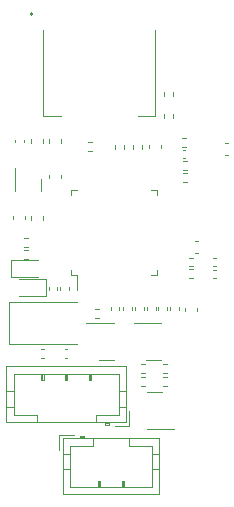
<source format=gto>
G04 #@! TF.GenerationSoftware,KiCad,Pcbnew,7.0.7*
G04 #@! TF.CreationDate,2023-09-04T22:31:34-04:00*
G04 #@! TF.ProjectId,k1-aioc,6b312d61-696f-4632-9e6b-696361645f70,rev?*
G04 #@! TF.SameCoordinates,Original*
G04 #@! TF.FileFunction,Legend,Top*
G04 #@! TF.FilePolarity,Positive*
%FSLAX46Y46*%
G04 Gerber Fmt 4.6, Leading zero omitted, Abs format (unit mm)*
G04 Created by KiCad (PCBNEW 7.0.7) date 2023-09-04 22:31:34*
%MOMM*%
%LPD*%
G01*
G04 APERTURE LIST*
%ADD10C,0.200000*%
%ADD11C,0.120000*%
G04 APERTURE END LIST*
D10*
X87100000Y-93500000D02*
G75*
G03*
X87100000Y-93500000I-100000J0D01*
G01*
D11*
G04 #@! TO.C,C6*
X86990000Y-104390580D02*
X86990000Y-104109420D01*
X88010000Y-104390580D02*
X88010000Y-104109420D01*
G04 #@! TO.C,R2*
X100663641Y-114880000D02*
X100356359Y-114880000D01*
X100663641Y-114120000D02*
X100356359Y-114120000D01*
G04 #@! TO.C,D2*
X88235000Y-117385000D02*
X88235000Y-115915000D01*
X88235000Y-115915000D02*
X85950000Y-115915000D01*
X85950000Y-117385000D02*
X88235000Y-117385000D01*
G04 #@! TO.C,C11*
X100057836Y-105710000D02*
X99842164Y-105710000D01*
X100057836Y-104990000D02*
X99842164Y-104990000D01*
G04 #@! TO.C,R15*
X86396359Y-113470000D02*
X86703641Y-113470000D01*
X86396359Y-114230000D02*
X86703641Y-114230000D01*
G04 #@! TO.C,J1*
X97500000Y-102120000D02*
X97500000Y-94860000D01*
X97500000Y-102120000D02*
X96000000Y-102120000D01*
X89500000Y-102120000D02*
X88000000Y-102120000D01*
X88000000Y-102120000D02*
X88000000Y-94860000D01*
G04 #@! TO.C,R21*
X98196359Y-124270000D02*
X98503641Y-124270000D01*
X98196359Y-125030000D02*
X98503641Y-125030000D01*
G04 #@! TO.C,C1*
X87842164Y-121890000D02*
X88057836Y-121890000D01*
X87842164Y-122610000D02*
X88057836Y-122610000D01*
G04 #@! TO.C,R22*
X92703641Y-119230000D02*
X92396359Y-119230000D01*
X92703641Y-118470000D02*
X92396359Y-118470000D01*
G04 #@! TO.C,D1*
X85265000Y-114315000D02*
X85265000Y-115785000D01*
X85265000Y-115785000D02*
X87550000Y-115785000D01*
X87550000Y-114315000D02*
X85265000Y-114315000D01*
G04 #@! TO.C,C9*
X95510000Y-118342164D02*
X95510000Y-118557836D01*
X94790000Y-118342164D02*
X94790000Y-118557836D01*
G04 #@! TO.C,R18*
X96296359Y-123170000D02*
X96603641Y-123170000D01*
X96296359Y-123930000D02*
X96603641Y-123930000D01*
G04 #@! TO.C,C12*
X102402164Y-115140000D02*
X102617836Y-115140000D01*
X102402164Y-115860000D02*
X102617836Y-115860000D01*
G04 #@! TO.C,J4*
X95310000Y-128360000D02*
X95310000Y-127110000D01*
X95010000Y-128060000D02*
X95010000Y-123340000D01*
X95010000Y-126750000D02*
X94400000Y-126750000D01*
X95010000Y-125450000D02*
X94400000Y-125450000D01*
X95010000Y-123340000D02*
X84890000Y-123340000D01*
X94400000Y-127450000D02*
X94400000Y-123950000D01*
X94400000Y-123950000D02*
X85500000Y-123950000D01*
X94060000Y-128360000D02*
X95310000Y-128360000D01*
X93550000Y-128260000D02*
X93550000Y-128060000D01*
X93250000Y-128260000D02*
X93550000Y-128260000D01*
X93250000Y-128160000D02*
X93550000Y-128160000D01*
X93250000Y-128060000D02*
X93250000Y-128260000D01*
X92450000Y-128060000D02*
X92450000Y-127450000D01*
X92450000Y-127450000D02*
X94400000Y-127450000D01*
X92050000Y-124450000D02*
X91850000Y-124450000D01*
X92050000Y-123950000D02*
X92050000Y-124450000D01*
X91950000Y-123950000D02*
X91950000Y-124450000D01*
X91850000Y-124450000D02*
X91850000Y-123950000D01*
X90050000Y-124450000D02*
X89850000Y-124450000D01*
X90050000Y-123950000D02*
X90050000Y-124450000D01*
X89950000Y-123950000D02*
X89950000Y-124450000D01*
X89850000Y-124450000D02*
X89850000Y-123950000D01*
X88050000Y-124450000D02*
X87850000Y-124450000D01*
X88050000Y-123950000D02*
X88050000Y-124450000D01*
X87950000Y-123950000D02*
X87950000Y-124450000D01*
X87850000Y-124450000D02*
X87850000Y-123950000D01*
X87450000Y-127450000D02*
X87450000Y-128060000D01*
X85500000Y-127450000D02*
X87450000Y-127450000D01*
X85500000Y-123950000D02*
X85500000Y-127450000D01*
X84890000Y-128060000D02*
X95010000Y-128060000D01*
X84890000Y-126750000D02*
X85500000Y-126750000D01*
X84890000Y-125450000D02*
X85500000Y-125450000D01*
X84890000Y-123340000D02*
X84890000Y-128060000D01*
G04 #@! TO.C,R13*
X99530000Y-118296359D02*
X99530000Y-118603641D01*
X98770000Y-118296359D02*
X98770000Y-118603641D01*
G04 #@! TO.C,FB2*
X88490000Y-104412779D02*
X88490000Y-104087221D01*
X89510000Y-104412779D02*
X89510000Y-104087221D01*
G04 #@! TO.C,R8*
X96380000Y-104596359D02*
X96380000Y-104903641D01*
X95620000Y-104596359D02*
X95620000Y-104903641D01*
G04 #@! TO.C,R11*
X97530000Y-118296359D02*
X97530000Y-118603641D01*
X96770000Y-118296359D02*
X96770000Y-118603641D01*
G04 #@! TO.C,R9*
X94880000Y-104596359D02*
X94880000Y-104903641D01*
X94120000Y-104596359D02*
X94120000Y-104903641D01*
G04 #@! TO.C,J3*
X89390000Y-129140000D02*
X89390000Y-130390000D01*
X89690000Y-129440000D02*
X89690000Y-134160000D01*
X89690000Y-130750000D02*
X90300000Y-130750000D01*
X89690000Y-132050000D02*
X90300000Y-132050000D01*
X89690000Y-134160000D02*
X97810000Y-134160000D01*
X90300000Y-130050000D02*
X90300000Y-133550000D01*
X90300000Y-133550000D02*
X97200000Y-133550000D01*
X90640000Y-129140000D02*
X89390000Y-129140000D01*
X91150000Y-129240000D02*
X91150000Y-129440000D01*
X91450000Y-129240000D02*
X91150000Y-129240000D01*
X91450000Y-129340000D02*
X91150000Y-129340000D01*
X91450000Y-129440000D02*
X91450000Y-129240000D01*
X92250000Y-129440000D02*
X92250000Y-130050000D01*
X92250000Y-130050000D02*
X90300000Y-130050000D01*
X92650000Y-133050000D02*
X92850000Y-133050000D01*
X92650000Y-133550000D02*
X92650000Y-133050000D01*
X92750000Y-133550000D02*
X92750000Y-133050000D01*
X92850000Y-133050000D02*
X92850000Y-133550000D01*
X94650000Y-133050000D02*
X94850000Y-133050000D01*
X94650000Y-133550000D02*
X94650000Y-133050000D01*
X94750000Y-133550000D02*
X94750000Y-133050000D01*
X94850000Y-133050000D02*
X94850000Y-133550000D01*
X95250000Y-130050000D02*
X95250000Y-129440000D01*
X97200000Y-130050000D02*
X95250000Y-130050000D01*
X97200000Y-133550000D02*
X97200000Y-130050000D01*
X97810000Y-129440000D02*
X89690000Y-129440000D01*
X97810000Y-130750000D02*
X97200000Y-130750000D01*
X97810000Y-132050000D02*
X97200000Y-132050000D01*
X97810000Y-134160000D02*
X97810000Y-129440000D01*
G04 #@! TO.C,U2*
X90390000Y-115610000D02*
X90840000Y-115610000D01*
X90840000Y-115610000D02*
X90840000Y-116900000D01*
X97610000Y-115610000D02*
X97160000Y-115610000D01*
X90390000Y-115160000D02*
X90390000Y-115610000D01*
X97610000Y-115160000D02*
X97610000Y-115610000D01*
X90390000Y-108840000D02*
X90390000Y-108390000D01*
X97610000Y-108840000D02*
X97610000Y-108390000D01*
X90390000Y-108390000D02*
X90840000Y-108390000D01*
X97610000Y-108390000D02*
X97160000Y-108390000D01*
G04 #@! TO.C,R20*
X98503641Y-123930000D02*
X98196359Y-123930000D01*
X98503641Y-123170000D02*
X98196359Y-123170000D01*
G04 #@! TO.C,R4*
X102663641Y-114880000D02*
X102356359Y-114880000D01*
X102663641Y-114120000D02*
X102356359Y-114120000D01*
G04 #@! TO.C,FB1*
X86990000Y-110912779D02*
X86990000Y-110587221D01*
X88010000Y-110912779D02*
X88010000Y-110587221D01*
G04 #@! TO.C,C3*
X85640000Y-104357836D02*
X85640000Y-104142164D01*
X86360000Y-104357836D02*
X86360000Y-104142164D01*
G04 #@! TO.C,C2*
X90057836Y-122610000D02*
X89842164Y-122610000D01*
X90057836Y-121890000D02*
X89842164Y-121890000D01*
G04 #@! TO.C,R10*
X96530000Y-118296359D02*
X96530000Y-118603641D01*
X95770000Y-118296359D02*
X95770000Y-118603641D01*
G04 #@! TO.C,C4*
X88490000Y-107390580D02*
X88490000Y-107109420D01*
X89510000Y-107390580D02*
X89510000Y-107109420D01*
G04 #@! TO.C,Q4*
X97450000Y-128610000D02*
X99125000Y-128610000D01*
X97450000Y-128610000D02*
X96800000Y-128610000D01*
X97450000Y-125490000D02*
X98100000Y-125490000D01*
X97450000Y-125490000D02*
X96800000Y-125490000D01*
G04 #@! TO.C,R1*
X91846359Y-104370000D02*
X92153641Y-104370000D01*
X91846359Y-105130000D02*
X92153641Y-105130000D01*
G04 #@! TO.C,C5*
X86510000Y-110609420D02*
X86510000Y-110890580D01*
X85490000Y-110609420D02*
X85490000Y-110890580D01*
G04 #@! TO.C,Q1*
X93350000Y-119690000D02*
X91675000Y-119690000D01*
X93350000Y-119690000D02*
X94000000Y-119690000D01*
X93350000Y-122810000D02*
X92700000Y-122810000D01*
X93350000Y-122810000D02*
X94000000Y-122810000D01*
G04 #@! TO.C,C14*
X103409420Y-104440000D02*
X103690580Y-104440000D01*
X103409420Y-105460000D02*
X103690580Y-105460000D01*
G04 #@! TO.C,R17*
X100663641Y-115880000D02*
X100356359Y-115880000D01*
X100663641Y-115120000D02*
X100356359Y-115120000D01*
G04 #@! TO.C,R5*
X99796359Y-103970000D02*
X100103641Y-103970000D01*
X99796359Y-104730000D02*
X100103641Y-104730000D01*
G04 #@! TO.C,R23*
X89470000Y-116903641D02*
X89470000Y-116596359D01*
X90230000Y-116903641D02*
X90230000Y-116596359D01*
G04 #@! TO.C,C15*
X94460000Y-118342164D02*
X94460000Y-118557836D01*
X93740000Y-118342164D02*
X93740000Y-118557836D01*
G04 #@! TO.C,C7*
X100859420Y-112740000D02*
X101140580Y-112740000D01*
X100859420Y-113760000D02*
X101140580Y-113760000D01*
G04 #@! TO.C,C8*
X89210000Y-116642164D02*
X89210000Y-116857836D01*
X88490000Y-116642164D02*
X88490000Y-116857836D01*
G04 #@! TO.C,U1*
X85640000Y-106500000D02*
X85640000Y-108500000D01*
X87860000Y-107500000D02*
X87860000Y-108500000D01*
G04 #@! TO.C,R16*
X99846359Y-105970000D02*
X100153641Y-105970000D01*
X99846359Y-106730000D02*
X100153641Y-106730000D01*
G04 #@! TO.C,R19*
X96603641Y-125030000D02*
X96296359Y-125030000D01*
X96603641Y-124270000D02*
X96296359Y-124270000D01*
G04 #@! TO.C,R3*
X99846359Y-106970000D02*
X100153641Y-106970000D01*
X99846359Y-107730000D02*
X100153641Y-107730000D01*
G04 #@! TO.C,C10*
X96990000Y-104890580D02*
X96990000Y-104609420D01*
X98010000Y-104890580D02*
X98010000Y-104609420D01*
G04 #@! TO.C,R14*
X86396359Y-112470000D02*
X86703641Y-112470000D01*
X86396359Y-113230000D02*
X86703641Y-113230000D01*
G04 #@! TO.C,R6*
X98270000Y-100403641D02*
X98270000Y-100096359D01*
X99030000Y-100403641D02*
X99030000Y-100096359D01*
G04 #@! TO.C,C13*
X101010000Y-118359420D02*
X101010000Y-118640580D01*
X99990000Y-118359420D02*
X99990000Y-118640580D01*
G04 #@! TO.C,Y1*
X85100000Y-117850000D02*
X85100000Y-121450000D01*
X85100000Y-121450000D02*
X90850000Y-121450000D01*
X90850000Y-117850000D02*
X85100000Y-117850000D01*
G04 #@! TO.C,R12*
X98530000Y-118296359D02*
X98530000Y-118603641D01*
X97770000Y-118296359D02*
X97770000Y-118603641D01*
G04 #@! TO.C,R7*
X99030000Y-101996359D02*
X99030000Y-102303641D01*
X98270000Y-101996359D02*
X98270000Y-102303641D01*
G04 #@! TO.C,Q3*
X97350000Y-119690000D02*
X95675000Y-119690000D01*
X97350000Y-119690000D02*
X98000000Y-119690000D01*
X97350000Y-122810000D02*
X96700000Y-122810000D01*
X97350000Y-122810000D02*
X98000000Y-122810000D01*
G04 #@! TD*
M02*

</source>
